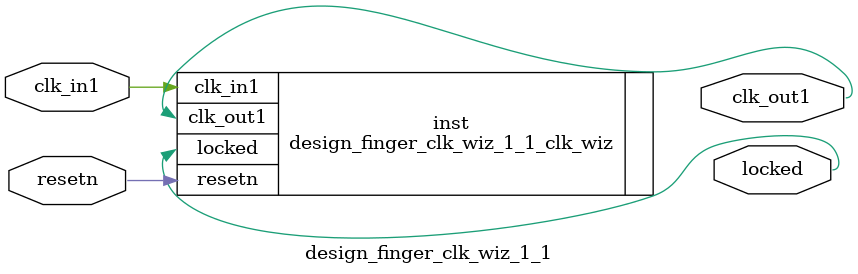
<source format=v>


`timescale 1ps/1ps

(* CORE_GENERATION_INFO = "design_finger_clk_wiz_1_1,clk_wiz_v6_0_2_0_0,{component_name=design_finger_clk_wiz_1_1,use_phase_alignment=true,use_min_o_jitter=false,use_max_i_jitter=false,use_dyn_phase_shift=false,use_inclk_switchover=false,use_dyn_reconfig=false,enable_axi=0,feedback_source=FDBK_AUTO,PRIMITIVE=MMCM,num_out_clk=1,clkin1_period=10.000,clkin2_period=10.000,use_power_down=false,use_reset=true,use_locked=true,use_inclk_stopped=false,feedback_type=SINGLE,CLOCK_MGR_TYPE=NA,manual_override=false}" *)

module design_finger_clk_wiz_1_1 
 (
  // Clock out ports
  output        clk_out1,
  // Status and control signals
  input         resetn,
  output        locked,
 // Clock in ports
  input         clk_in1
 );

  design_finger_clk_wiz_1_1_clk_wiz inst
  (
  // Clock out ports  
  .clk_out1(clk_out1),
  // Status and control signals               
  .resetn(resetn), 
  .locked(locked),
 // Clock in ports
  .clk_in1(clk_in1)
  );

endmodule

</source>
